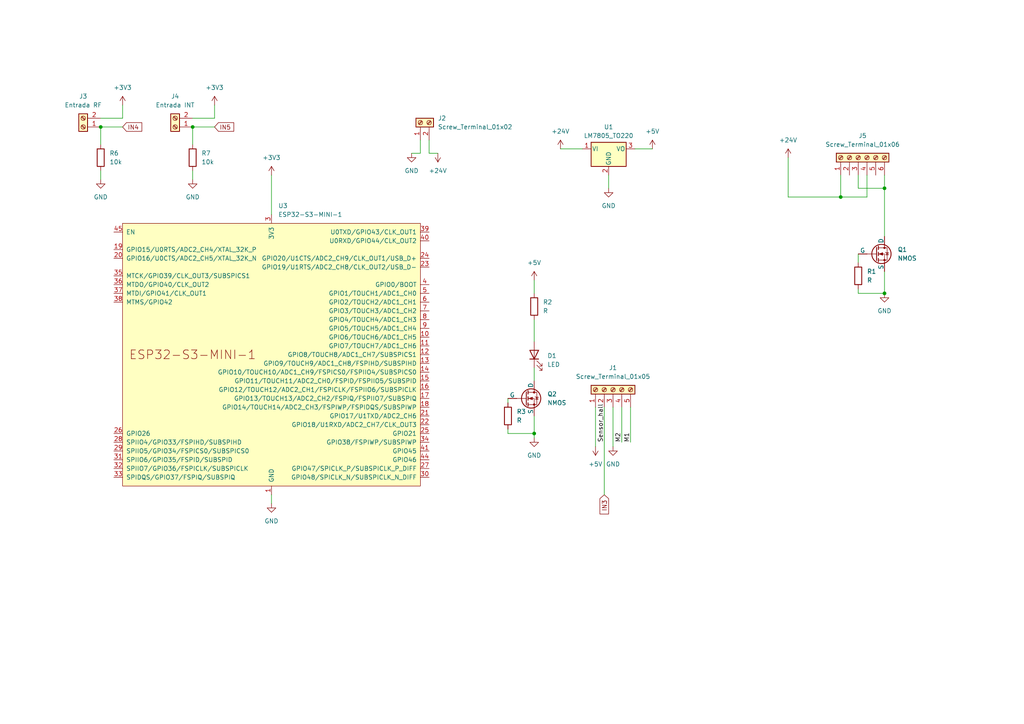
<source format=kicad_sch>
(kicad_sch (version 20231120) (generator "eeschema") (generator_version "8.0")
  (paper "A4")
  (lib_symbols
    (symbol "Connector:Screw_Terminal_01x02" (pin_names (offset 1.016) hide)
      (property "Reference" "J" (at 0 2.54 0))
      (property "Value" "Screw_Terminal_01x02" (at 0 -5.08 0))
      (symbol "Screw_Terminal_01x02_1_1"
        (rectangle (start -1.27 1.27) (end 1.27 -3.81) (stroke (width 0.254)) (fill (type background)))
        (circle (center 0 -2.54) (radius 0.635) (stroke (width 0.1524)))
        (polyline (pts (xy -0.5334 -2.2098) (xy 0.3302 -3.048)) (stroke (width 0.1524)))
        (polyline (pts (xy -0.5334 0.3302) (xy 0.3302 -0.508)) (stroke (width 0.1524)))
        (polyline (pts (xy -0.3556 -2.032) (xy 0.508 -2.8702)) (stroke (width 0.1524)))
        (polyline (pts (xy -0.3556 0.508) (xy 0.508 -0.3302)) (stroke (width 0.1524)))
        (circle (center 0 0) (radius 0.635) (stroke (width 0.1524)))
        (pin passive line (at -5.08 0 0) (length 3.81) (name "Pin_1") (number "1"))
        (pin passive line (at -5.08 -2.54 0) (length 3.81) (name "Pin_2") (number "2"))
      )
    )
    (symbol "Connector:Screw_Terminal_01x05" (pin_names (offset 1.016) hide)
      (property "Reference" "J" (at 0 7.62 0))
      (property "Value" "Screw_Terminal_01x05" (at 0 -7.62 0))
      (symbol "Screw_Terminal_01x05_1_1"
        (rectangle (start -1.27 6.35) (end 1.27 -6.35) (stroke (width 0.254)) (fill (type background)))
        (circle (center 0 -5.08) (radius 0.635) (stroke (width 0.1524)))
        (circle (center 0 -2.54) (radius 0.635) (stroke (width 0.1524)))
        (polyline (pts (xy -0.5334 -4.7498) (xy 0.3302 -5.588)) (stroke (width 0.1524)))
        (polyline (pts (xy -0.5334 -2.2098) (xy 0.3302 -3.048)) (stroke (width 0.1524)))
        (polyline (pts (xy -0.5334 0.3302) (xy 0.3302 -0.508)) (stroke (width 0.1524)))
        (polyline (pts (xy -0.5334 2.8702) (xy 0.3302 2.032)) (stroke (width 0.1524)))
        (polyline (pts (xy -0.5334 5.4102) (xy 0.3302 4.572)) (stroke (width 0.1524)))
        (polyline (pts (xy -0.3556 -4.572) (xy 0.508 -5.4102)) (stroke (width 0.1524)))
        (polyline (pts (xy -0.3556 -2.032) (xy 0.508 -2.8702)) (stroke (width 0.1524)))
        (polyline (pts (xy -0.3556 0.508) (xy 0.508 -0.3302)) (stroke (width 0.1524)))
        (polyline (pts (xy -0.3556 3.048) (xy 0.508 2.2098)) (stroke (width 0.1524)))
        (polyline (pts (xy -0.3556 5.588) (xy 0.508 4.7498)) (stroke (width 0.1524)))
        (circle (center 0 0) (radius 0.635) (stroke (width 0.1524)))
        (circle (center 0 2.54) (radius 0.635) (stroke (width 0.1524)))
        (circle (center 0 5.08) (radius 0.635) (stroke (width 0.1524)))
        (pin passive line (at -5.08 5.08 0) (length 3.81) (name "Pin_1") (number "1"))
        (pin passive line (at -5.08 2.54 0) (length 3.81) (name "Pin_2") (number "2"))
        (pin passive line (at -5.08 0 0) (length 3.81) (name "Pin_3") (number "3"))
        (pin passive line (at -5.08 -2.54 0) (length 3.81) (name "Pin_4") (number "4"))
        (pin passive line (at -5.08 -5.08 0) (length 3.81) (name "Pin_5") (number "5"))
      )
    )
    (symbol "Connector:Screw_Terminal_01x06" (pin_names (offset 1.016) hide)
      (property "Reference" "J" (at 0 7.62 0))
      (property "Value" "Screw_Terminal_01x06" (at 0 -10.16 0))
      (symbol "Screw_Terminal_01x06_1_1"
        (rectangle (start -1.27 6.35) (end 1.27 -8.89) (stroke (width 0.254)) (fill (type background)))
        (circle (center 0 -7.62) (radius 0.635) (stroke (width 0.1524)))
        (circle (center 0 -5.08) (radius 0.635) (stroke (width 0.1524)))
        (circle (center 0 -2.54) (radius 0.635) (stroke (width 0.1524)))
        (polyline (pts (xy -0.5334 -7.2898) (xy 0.3302 -8.128)) (stroke (width 0.1524)))
        (polyline (pts (xy -0.5334 -4.7498) (xy 0.3302 -5.588)) (stroke (width 0.1524)))
        (polyline (pts (xy -0.5334 -2.2098) (xy 0.3302 -3.048)) (stroke (width 0.1524)))
        (polyline (pts (xy -0.5334 0.3302) (xy 0.3302 -0.508)) (stroke (width 0.1524)))
        (polyline (pts (xy -0.5334 2.8702) (xy 0.3302 2.032)) (stroke (width 0.1524)))
        (polyline (pts (xy -0.5334 5.4102) (xy 0.3302 4.572)) (stroke (width 0.1524)))
        (polyline (pts (xy -0.3556 -7.112) (xy 0.508 -7.9502)) (stroke (width 0.1524)))
        (polyline (pts (xy -0.3556 -4.572) (xy 0.508 -5.4102)) (stroke (width 0.1524)))
        (polyline (pts (xy -0.3556 -2.032) (xy 0.508 -2.8702)) (stroke (width 0.1524)))
        (polyline (pts (xy -0.3556 0.508) (xy 0.508 -0.3302)) (stroke (width 0.1524)))
        (polyline (pts (xy -0.3556 3.048) (xy 0.508 2.2098)) (stroke (width 0.1524)))
        (polyline (pts (xy -0.3556 5.588) (xy 0.508 4.7498)) (stroke (width 0.1524)))
        (circle (center 0 0) (radius 0.635) (stroke (width 0.1524)))
        (circle (center 0 2.54) (radius 0.635) (stroke (width 0.1524)))
        (circle (center 0 5.08) (radius 0.635) (stroke (width 0.1524)))
        (pin passive line (at -5.08 5.08 0) (length 3.81) (name "Pin_1") (number "1"))
        (pin passive line (at -5.08 2.54 0) (length 3.81) (name "Pin_2") (number "2"))
        (pin passive line (at -5.08 0 0) (length 3.81) (name "Pin_3") (number "3"))
        (pin passive line (at -5.08 -2.54 0) (length 3.81) (name "Pin_4") (number "4"))
        (pin passive line (at -5.08 -5.08 0) (length 3.81) (name "Pin_5") (number "5"))
        (pin passive line (at -5.08 -7.62 0) (length 3.81) (name "Pin_6") (number "6"))
      )
    )
    (symbol "Device:LED" (pin_numbers hide) (pin_names (offset 1.016) hide)
      (property "Reference" "D" (at 0 2.54 0))
      (property "Value" "LED" (at 0 -2.54 0))
      (symbol "LED_0_1"
        (polyline (pts (xy -1.27 -1.27) (xy -1.27 1.27)) (stroke (width 0.254)))
        (polyline (pts (xy -1.27 0) (xy 1.27 0)))
        (polyline (pts (xy 1.27 -1.27) (xy 1.27 1.27) (xy -1.27 0) (xy 1.27 -1.27)) (stroke (width 0.254)))
        (polyline (pts (xy -3.048 -0.762) (xy -4.572 -2.286) (xy -3.81 -2.286) (xy -4.572 -2.286) (xy -4.572 -1.524)))
        (polyline (pts (xy -1.778 -0.762) (xy -3.302 -2.286) (xy -2.54 -2.286) (xy -3.302 -2.286) (xy -3.302 -1.524)))
      )
      (symbol "LED_1_1"
        (pin passive line (at -3.81 0 0) (length 2.54) (name "K") (number "1"))
        (pin passive line (at 3.81 0 180) (length 2.54) (name "A") (number "2"))
      )
    )
    (symbol "Device:R" (pin_numbers hide) (pin_names (offset 0))
      (property "Reference" "R" (at 2.032 0 90))
      (property "Value" "R" (at 0 0 90))
      (symbol "R_0_1"
        (rectangle (start -1.016 -2.54) (end 1.016 2.54) (stroke (width 0.254)))
      )
      (symbol "R_1_1"
        (pin passive line (at 0 3.81 270) (length 1.27) (name "~") (number "1"))
        (pin passive line (at 0 -3.81 90) (length 1.27) (name "~") (number "2"))
      )
    )
    (symbol "Espressif:ESP32-S3-MINI-1" (pin_names (offset 1.016))
      (property "Reference" "U" (at -43.18 43.18 0))
      (property "Value" "ESP32-S3-MINI-1" (at -43.18 40.64 0))
      (symbol "ESP32-S3-MINI-1_0_0"
        (text "ESP32-S3-MINI-1" (at -22.86 0 0) (effects (font (size 2.54 2.54))))
        (pin power_in line (at 0 -40.64 90) (length 2.54) (name "GND") (number "1"))
        (pin bidirectional line (at 45.72 5.08 180) (length 2.54) (name "GPIO6/TOUCH6/ADC1_CH5") (number "10"))
        (pin bidirectional line (at 45.72 2.54 180) (length 2.54) (name "GPIO7/TOUCH7/ADC1_CH6") (number "11"))
        (pin bidirectional line (at 45.72 0 180) (length 2.54) (name "GPIO8/TOUCH8/ADC1_CH7/SUBSPICS1") (number "12"))
        (pin bidirectional line (at 45.72 -2.54 180) (length 2.54) (name "GPIO9/TOUCH9/ADC1_CH8/FSPIHD/SUBSPIHD") (number "13"))
        (pin bidirectional line (at 45.72 -5.08 180) (length 2.54) (name "GPIO10/TOUCH10/ADC1_CH9/FSPICS0/FSPIIO4/SUBSPICS0") (number "14"))
        (pin bidirectional line (at 45.72 -7.62 180) (length 2.54) (name "GPIO11/TOUCH11/ADC2_CH0/FSPID/FSPIIO5/SUBSPID") (number "15"))
        (pin bidirectional line (at 45.72 -10.16 180) (length 2.54) (name "GPIO12/TOUCH12/ADC2_CH1/FSPICLK/FSPIIO6/SUBSPICLK") (number "16"))
        (pin bidirectional line (at 45.72 -12.7 180) (length 2.54) (name "GPIO13/TOUCH13/ADC2_CH2/FSPIQ/FSPIIO7/SUBSPIQ") (number "17"))
        (pin bidirectional line (at 45.72 -15.24 180) (length 2.54) (name "GPIO14/TOUCH14/ADC2_CH3/FSPIWP/FSPIDQS/SUBSPIWP") (number "18"))
        (pin bidirectional line (at -45.72 30.48 0) (length 2.54) (name "GPIO15/U0RTS/ADC2_CH4/XTAL_32K_P") (number "19"))
        (pin passive line (at 0 -40.64 90) (length 2.54) hide (name "GND") (number "2"))
        (pin bidirectional line (at -45.72 27.94 0) (length 2.54) (name "GPIO16/U0CTS/ADC2_CH5/XTAL_32K_N") (number "20"))
        (pin bidirectional line (at 45.72 -17.78 180) (length 2.54) (name "GPIO17/U1TXD/ADC2_CH6") (number "21"))
        (pin bidirectional line (at 45.72 -20.32 180) (length 2.54) (name "GPIO18/U1RXD/ADC2_CH7/CLK_OUT3") (number "22"))
        (pin bidirectional line (at 45.72 25.4 180) (length 2.54) (name "GPIO19/U1RTS/ADC2_CH8/CLK_OUT2/USB_D-") (number "23"))
        (pin bidirectional line (at 45.72 27.94 180) (length 2.54) (name "GPIO20/U1CTS/ADC2_CH9/CLK_OUT1/USB_D+") (number "24"))
        (pin bidirectional line (at 45.72 -22.86 180) (length 2.54) (name "GPIO21") (number "25"))
        (pin bidirectional line (at -45.72 -22.86 0) (length 2.54) (name "GPIO26") (number "26"))
        (pin bidirectional line (at 45.72 -33.02 180) (length 2.54) (name "GPIO47/SPICLK_P/SUBSPICLK_P_DIFF") (number "27"))
        (pin bidirectional line (at -45.72 -25.4 0) (length 2.54) (name "SPIIO4/GPIO33/FSPIHD/SUBSPIHD") (number "28"))
        (pin bidirectional line (at -45.72 -27.94 0) (length 2.54) (name "SPIIO5/GPIO34/FSPICS0/SUBSPICS0") (number "29"))
        (pin power_in line (at 0 40.64 270) (length 2.54) (name "3V3") (number "3"))
        (pin bidirectional line (at 45.72 -35.56 180) (length 2.54) (name "GPIO48/SPICLK_N/SUBSPICLK_N_DIFF") (number "30"))
        (pin bidirectional line (at -45.72 -30.48 0) (length 2.54) (name "SPIIO6/GPIO35/FSPID/SUBSPID") (number "31"))
        (pin bidirectional line (at -45.72 -33.02 0) (length 2.54) (name "SPIIO7/GPIO36/FSPICLK/SUBSPICLK") (number "32"))
        (pin bidirectional line (at -45.72 -35.56 0) (length 2.54) (name "SPIDQS/GPIO37/FSPIQ/SUBSPIQ") (number "33"))
        (pin bidirectional line (at 45.72 -25.4 180) (length 2.54) (name "GPIO38/FSPIWP/SUBSPIWP") (number "34"))
        (pin bidirectional line (at -45.72 22.86 0) (length 2.54) (name "MTCK/GPIO39/CLK_OUT3/SUBSPICS1") (number "35"))
        (pin bidirectional line (at -45.72 20.32 0) (length 2.54) (name "MTDO/GPIO40/CLK_OUT2") (number "36"))
        (pin bidirectional line (at -45.72 17.78 0) (length 2.54) (name "MTDI/GPIO41/CLK_OUT1") (number "37"))
        (pin bidirectional line (at -45.72 15.24 0) (length 2.54) (name "MTMS/GPIO42") (number "38"))
        (pin bidirectional line (at 45.72 35.56 180) (length 2.54) (name "U0TXD/GPIO43/CLK_OUT1") (number "39"))
        (pin bidirectional line (at 45.72 20.32 180) (length 2.54) (name "GPIO0/BOOT") (number "4"))
        (pin bidirectional line (at 45.72 33.02 180) (length 2.54) (name "U0RXD/GPIO44/CLK_OUT2") (number "40"))
        (pin bidirectional line (at 45.72 -27.94 180) (length 2.54) (name "GPIO45") (number "41"))
        (pin passive line (at 0 -40.64 90) (length 2.54) hide (name "GND") (number "42"))
        (pin passive line (at 0 -40.64 90) (length 2.54) hide (name "GND") (number "43"))
        (pin bidirectional line (at 45.72 -30.48 180) (length 2.54) (name "GPIO46") (number "44"))
        (pin input line (at -45.72 35.56 0) (length 2.54) (name "EN") (number "45"))
        (pin passive line (at 0 -40.64 90) (length 2.54) hide (name "GND") (number "46"))
        (pin passive line (at 0 -40.64 90) (length 2.54) hide (name "GND") (number "47"))
        (pin passive line (at 0 -40.64 90) (length 2.54) hide (name "GND") (number "48"))
        (pin passive line (at 0 -40.64 90) (length 2.54) hide (name "GND") (number "49"))
        (pin bidirectional line (at 45.72 17.78 180) (length 2.54) (name "GPIO1/TOUCH1/ADC1_CH0") (number "5"))
        (pin passive line (at 0 -40.64 90) (length 2.54) hide (name "GND") (number "50"))
        (pin passive line (at 0 -40.64 90) (length 2.54) hide (name "GND") (number "51"))
        (pin passive line (at 0 -40.64 90) (length 2.54) hide (name "GND") (number "52"))
        (pin passive line (at 0 -40.64 90) (length 2.54) hide (name "GND") (number "53"))
        (pin passive line (at 0 -40.64 90) (length 2.54) hide (name "GND") (number "54"))
        (pin passive line (at 0 -40.64 90) (length 2.54) hide (name "GND") (number "55"))
        (pin passive line (at 0 -40.64 90) (length 2.54) hide (name "GND") (number "56"))
        (pin passive line (at 0 -40.64 90) (length 2.54) hide (name "GND") (number "57"))
        (pin passive line (at 0 -40.64 90) (length 2.54) hide (name "GND") (number "58"))
        (pin passive line (at 0 -40.64 90) (length 2.54) hide (name "GND") (number "59"))
        (pin bidirectional line (at 45.72 15.24 180) (length 2.54) (name "GPIO2/TOUCH2/ADC1_CH1") (number "6"))
        (pin passive line (at 0 -40.64 90) (length 2.54) hide (name "GND") (number "60"))
        (pin passive line (at 0 -40.64 90) (length 2.54) hide (name "GND") (number "61"))
        (pin passive line (at 0 -40.64 90) (length 2.54) hide (name "GND") (number "62"))
        (pin passive line (at 0 -40.64 90) (length 2.54) hide (name "GND") (number "63"))
        (pin passive line (at 0 -40.64 90) (length 2.54) hide (name "GND") (number "64"))
        (pin passive line (at 0 -40.64 90) (length 2.54) hide (name "GND") (number "65"))
        (pin bidirectional line (at 45.72 12.7 180) (length 2.54) (name "GPIO3/TOUCH3/ADC1_CH2") (number "7"))
        (pin bidirectional line (at 45.72 10.16 180) (length 2.54) (name "GPIO4/TOUCH4/ADC1_CH3") (number "8"))
        (pin bidirectional line (at 45.72 7.62 180) (length 2.54) (name "GPIO5/TOUCH5/ADC1_CH4") (number "9"))
      )
      (symbol "ESP32-S3-MINI-1_0_1"
        (rectangle (start -43.18 38.1) (end 43.18 -38.1) (fill (type background)))
      )
    )
    (symbol "GND_1" (power) (pin_numbers hide) (pin_names (offset 0) hide)
      (property "Value" "GND" (at 0 -3.81 0))
      (symbol "GND_1_0_1"
        (polyline (pts (xy 0 0) (xy 0 -1.27) (xy 1.27 -1.27) (xy 0 -2.54) (xy -1.27 -1.27) (xy 0 -1.27)))
      )
      (symbol "GND_1_1_1"
        (pin power_in line (at 0 0 270) (length 0) (name "~") (number "1"))
      )
    )
    (symbol "Regulator_Linear:LM7805_TO220" (pin_names (offset 0.254))
      (property "Reference" "U" (at -3.81 3.175 0))
      (property "Value" "LM7805_TO220" (at 0 3.175 0))
      (symbol "LM7805_TO220_0_1"
        (rectangle (start -5.08 1.905) (end 5.08 -5.08) (stroke (width 0.254)) (fill (type background)))
      )
      (symbol "LM7805_TO220_1_1"
        (pin power_in line (at -7.62 0 0) (length 2.54) (name "VI") (number "1"))
        (pin power_in line (at 0 -7.62 90) (length 2.54) (name "GND") (number "2"))
        (pin power_out line (at 7.62 0 180) (length 2.54) (name "VO") (number "3"))
      )
    )
    (symbol "Simulation_SPICE:NMOS" (pin_numbers hide) (pin_names (offset 0))
      (property "Reference" "Q" (at 5.08 1.27 0))
      (property "Value" "NMOS" (at 5.08 -1.27 0))
      (symbol "NMOS_0_1"
        (polyline (pts (xy 0.254 0) (xy -2.54 0)))
        (polyline (pts (xy 0.254 1.905) (xy 0.254 -1.905)) (stroke (width 0.254)))
        (polyline (pts (xy 0.762 -1.27) (xy 0.762 -2.286)) (stroke (width 0.254)))
        (polyline (pts (xy 0.762 0.508) (xy 0.762 -0.508)) (stroke (width 0.254)))
        (polyline (pts (xy 0.762 2.286) (xy 0.762 1.27)) (stroke (width 0.254)))
        (polyline (pts (xy 2.54 2.54) (xy 2.54 1.778)))
        (polyline (pts (xy 2.54 -2.54) (xy 2.54 0) (xy 0.762 0)))
        (polyline (pts (xy 0.762 -1.778) (xy 3.302 -1.778) (xy 3.302 1.778) (xy 0.762 1.778)))
        (polyline (pts (xy 1.016 0) (xy 2.032 0.381) (xy 2.032 -0.381) (xy 1.016 0)) (fill (type outline)))
        (polyline (pts (xy 2.794 0.508) (xy 2.921 0.381) (xy 3.683 0.381) (xy 3.81 0.254)))
        (polyline (pts (xy 3.302 0.381) (xy 2.921 -0.254) (xy 3.683 -0.254) (xy 3.302 0.381)))
        (circle (center 1.651 0) (radius 2.794) (stroke (width 0.254)))
        (circle (center 2.54 -1.778) (radius 0.254) (fill (type outline)))
        (circle (center 2.54 1.778) (radius 0.254) (fill (type outline)))
      )
      (symbol "NMOS_1_1"
        (pin passive line (at 2.54 5.08 270) (length 2.54) (name "D") (number "1"))
        (pin input line (at -5.08 0 0) (length 2.54) (name "G") (number "2"))
        (pin passive line (at 2.54 -5.08 90) (length 2.54) (name "S") (number "3"))
      )
    )
    (symbol "power:+24V" (power) (pin_names (offset 0))
      (property "Value" "+24V" (at 0 3.556 0))
      (symbol "+24V_0_1"
        (polyline (pts (xy -0.762 1.27) (xy 0 2.54)))
        (polyline (pts (xy 0 0) (xy 0 2.54)))
        (polyline (pts (xy 0 2.54) (xy 0.762 1.27)))
      )
      (symbol "+24V_1_1"
        (pin power_in line (at 0 0 90) (length 0) hide (name "+24V") (number "1"))
      )
    )
    (symbol "power:+3V3" (power) (pin_names (offset 0))
      (property "Value" "+3V3" (at 0 3.556 0))
      (symbol "+3V3_0_1"
        (polyline (pts (xy -0.762 1.27) (xy 0 2.54)))
        (polyline (pts (xy 0 0) (xy 0 2.54)))
        (polyline (pts (xy 0 2.54) (xy 0.762 1.27)))
      )
      (symbol "+3V3_1_1"
        (pin power_in line (at 0 0 90) (length 0) hide (name "+3V3") (number "1"))
      )
    )
    (symbol "power:+5V" (power) (pin_names (offset 0))
      (property "Value" "+5V" (at 0 3.556 0))
      (symbol "+5V_0_1"
        (polyline (pts (xy -0.762 1.27) (xy 0 2.54)))
        (polyline (pts (xy 0 0) (xy 0 2.54)))
        (polyline (pts (xy 0 2.54) (xy 0.762 1.27)))
      )
      (symbol "+5V_1_1"
        (pin power_in line (at 0 0 90) (length 0) hide (name "+5V") (number "1"))
      )
    )
    (symbol "power:GND" (power) (pin_names (offset 0))
      (property "Value" "GND" (at 0 -3.81 0))
      (symbol "GND_0_1"
        (polyline (pts (xy 0 0) (xy 0 -1.27) (xy 1.27 -1.27) (xy 0 -2.54) (xy -1.27 -1.27) (xy 0 -1.27)))
      )
      (symbol "GND_1_1"
        (pin power_in line (at 0 0 270) (length 0) hide (name "GND") (number "1"))
      )
    )
  )
  (junction (at 29.21 36.83))
  (junction (at 55.88 36.83))
  (junction (at 243.84 57.15))
  (junction (at 154.94 125.73))
  (junction (at 256.54 54.61))
  (junction (at 256.54 85.09))
  (wire (pts (xy 162.56 43.18) (xy 168.91 43.18)))
  (wire (pts (xy 248.92 73.66) (xy 248.92 76.2)))
  (wire (pts (xy 29.21 49.53) (xy 29.21 52.07)))
  (wire (pts (xy 55.88 36.83) (xy 55.88 41.91)))
  (wire (pts (xy 154.94 92.71) (xy 154.94 99.06)))
  (wire (pts (xy 121.92 44.45) (xy 119.38 44.45)))
  (wire (pts (xy 180.34 118.11) (xy 180.34 128.27)))
  (wire (pts (xy 228.6 57.15) (xy 243.84 57.15)))
  (wire (pts (xy 248.92 50.8) (xy 248.92 54.61)))
  (wire (pts (xy 121.92 40.64) (xy 121.92 44.45)))
  (wire (pts (xy 251.46 57.15) (xy 251.46 50.8)))
  (wire (pts (xy 29.21 36.83) (xy 29.21 41.91)))
  (wire (pts (xy 154.94 125.73) (xy 154.94 127)))
  (wire (pts (xy 248.92 83.82) (xy 248.92 85.09)))
  (wire (pts (xy 256.54 68.58) (xy 256.54 54.61)))
  (wire (pts (xy 62.23 30.48) (xy 62.23 34.29)))
  (wire (pts (xy 189.23 43.18) (xy 184.15 43.18)))
  (wire (pts (xy 55.88 49.53) (xy 55.88 52.07)))
  (wire (pts (xy 124.46 40.64) (xy 124.46 44.45)))
  (wire (pts (xy 256.54 54.61) (xy 256.54 50.8)))
  (wire (pts (xy 127 44.45) (xy 124.46 44.45)))
  (wire (pts (xy 35.56 30.48) (xy 35.56 34.29)))
  (wire (pts (xy 78.74 50.8) (xy 78.74 62.23)))
  (wire (pts (xy 29.21 36.83) (xy 35.56 36.83)))
  (wire (pts (xy 228.6 45.72) (xy 228.6 57.15)))
  (wire (pts (xy 154.94 106.68) (xy 154.94 110.49)))
  (wire (pts (xy 147.32 115.57) (xy 147.32 116.84)))
  (wire (pts (xy 248.92 85.09) (xy 256.54 85.09)))
  (wire (pts (xy 175.26 118.11) (xy 175.26 143.51)))
  (wire (pts (xy 176.53 50.8) (xy 176.53 54.61)))
  (wire (pts (xy 35.56 34.29) (xy 29.21 34.29)))
  (wire (pts (xy 177.8 118.11) (xy 177.8 129.54)))
  (wire (pts (xy 248.92 54.61) (xy 256.54 54.61)))
  (wire (pts (xy 243.84 57.15) (xy 243.84 50.8)))
  (wire (pts (xy 147.32 125.73) (xy 154.94 125.73)))
  (wire (pts (xy 55.88 36.83) (xy 62.23 36.83)))
  (wire (pts (xy 256.54 78.74) (xy 256.54 85.09)))
  (wire (pts (xy 172.72 118.11) (xy 172.72 129.54)))
  (wire (pts (xy 154.94 120.65) (xy 154.94 125.73)))
  (wire (pts (xy 78.74 143.51) (xy 78.74 146.05)))
  (wire (pts (xy 243.84 57.15) (xy 251.46 57.15)))
  (wire (pts (xy 182.88 118.11) (xy 182.88 128.27)))
  (wire (pts (xy 147.32 125.73) (xy 147.32 124.46)))
  (wire (pts (xy 154.94 81.28) (xy 154.94 85.09)))
  (wire (pts (xy 62.23 34.29) (xy 55.88 34.29)))
  (label "Sensor_hall" (at 175.26 128.27 90))
  (label "M2" (at 180.34 128.27 90))
  (label "M1" (at 182.88 128.27 90))
  (global_label "IN4" (shape input) (at 35.56 36.83 0) (property "Intersheetrefs" "${INTERSHEET_REFS}" (effects (hide yes))))
  (global_label "IN5" (shape input) (at 62.23 36.83 0) (property "Intersheetrefs" "${INTERSHEET_REFS}" (effects (hide yes))))
  (global_label "IN3" (shape input) (at 175.26 143.51 270) (property "Intersheetrefs" "${INTERSHEET_REFS}" (effects (hide yes))))
  (symbol (lib_id "power:+24V") (at 162.56 43.18 0) (unit 1)
    (property "Reference" "#PWR011" (effects (hide yes)))
    (property "Value" "+24V" (at 162.56 38.1 0))
  )
  (symbol (lib_id "Regulator_Linear:LM7805_TO220") (at 176.53 43.18 0) (unit 1)
    (property "Reference" "U1" (at 176.53 36.83 0))
    (property "Value" "LM7805_TO220" (at 176.53 39.37 0))
    (property "Footprint" "Package_TO_SOT_THT:TO-220-3_Vertical" (effects (hide yes)))
    (property "Datasheet" "https://www.onsemi.cn/PowerSolutions/document/MC7800-D.PDF" (effects (hide yes)))
  )
  (symbol (lib_id "power:GND") (at 55.88 52.07 0) (unit 1)
    (property "Reference" "#PWR026" (effects (hide yes)))
    (property "Value" "GND" (at 55.88 57.15 0))
  )
  (symbol (lib_id "power:GND") (at 177.8 129.54 0) (unit 1)
    (property "Reference" "#PWR016" (effects (hide yes)))
    (property "Value" "GND" (at 177.8 134.62 0))
  )
  (symbol (lib_id "power:GND") (at 119.38 44.45 0) (unit 1)
    (property "Reference" "#PWR020" (effects (hide yes)))
    (property "Value" "GND" (at 119.38 49.53 0))
  )
  (symbol (lib_id "Device:LED") (at 154.94 102.87 90) (unit 1)
    (property "Reference" "D1" (at 158.75 103.1874 90) (effects (justify right)))
    (property "Value" "LED" (at 158.75 105.7274 90) (effects (justify right)))
    (property "Description" "Light emitting diode" (effects (hide yes)))
  )
  (symbol (lib_id "Device:R") (at 248.92 80.01 180) (unit 1)
    (property "Reference" "R1" (at 251.46 78.7399 0) (effects (justify right)))
    (property "Value" "R" (at 251.46 81.2799 0) (effects (justify right)))
    (property "Description" "Resistor" (effects (hide yes)))
  )
  (symbol (lib_id "power:+3V3") (at 62.23 30.48 0) (unit 1)
    (property "Reference" "#PWR027" (effects (hide yes)))
    (property "Value" "+3V3" (at 62.23 25.4 0))
  )
  (symbol (lib_id "Connector:Screw_Terminal_01x02") (at 50.8 36.83 180) (unit 1)
    (property "Reference" "J4" (at 50.8 27.94 0))
    (property "Value" "Entrada INT" (at 50.8 30.48 0))
    (property "Footprint" "Connector_PinHeader_1.00mm:PinHeader_1x02_P1.00mm_Vertical" (effects (hide yes)))
  )
  (symbol (lib_id "power:GND") (at 29.21 52.07 0) (unit 1)
    (property "Reference" "#PWR024" (effects (hide yes)))
    (property "Value" "GND" (at 29.21 57.15 0))
  )
  (symbol (lib_id "power:+3V3") (at 78.74 50.8 0) (unit 1)
    (property "Reference" "#PWR023" (effects (hide yes)))
    (property "Value" "+3V3" (at 78.74 45.72 0))
  )
  (symbol (lib_id "Espressif:ESP32-S3-MINI-1") (at 78.74 102.87 0) (unit 1)
    (property "Reference" "U3" (at 80.6959 59.69 0) (effects (justify left)))
    (property "Value" "ESP32-S3-MINI-1" (at 80.6959 62.23 0) (effects (justify left)))
    (property "Footprint" "RF_Module:ESP32-S2-MINI-1" (effects (hide yes)))
    (property "Datasheet" "https://www.espressif.com/sites/default/files/documentation/esp32-s3-mini-1_mini-1u_datasheet_en.pdf" (effects (hide yes)))
  )
  (symbol (lib_id "power:+5V") (at 189.23 43.18 0) (unit 1)
    (property "Reference" "#PWR012" (effects (hide yes)))
    (property "Value" "+5V" (at 189.23 38.1 0))
  )
  (symbol (lib_name "GND_1") (lib_id "power:GND") (at 256.54 85.09 0) (unit 1)
    (property "Reference" "#PWR01" (effects (hide yes)))
    (property "Value" "GND" (at 256.54 90.17 0))
    (property "Description" "Power symbol creates a global label with name \"GND\" , ground" (effects (hide yes)))
  )
  (symbol (lib_id "power:GND") (at 78.74 146.05 0) (unit 1)
    (property "Reference" "#PWR022" (effects (hide yes)))
    (property "Value" "GND" (at 78.74 151.13 0))
  )
  (symbol (lib_id "power:+24V") (at 228.6 45.72 0) (unit 1)
    (property "Reference" "#PWR07" (effects (hide yes)))
    (property "Value" "+24V" (at 228.6 40.64 0))
  )
  (symbol (lib_id "Connector:Screw_Terminal_01x02") (at 121.92 35.56 90) (unit 1)
    (property "Reference" "J2" (at 127 34.29 90) (effects (justify right)))
    (property "Value" "Screw_Terminal_01x02" (at 127 36.83 90) (effects (justify right)))
    (property "Footprint" "Connector_PinHeader_1.00mm:PinHeader_1x02_P1.00mm_Vertical" (effects (hide yes)))
  )
  (symbol (lib_id "power:+5V") (at 154.94 81.28 0) (unit 1)
    (property "Reference" "#PWR02" (effects (hide yes)))
    (property "Value" "+5V" (at 154.94 76.2 0))
  )
  (symbol (lib_id "Connector:Screw_Terminal_01x05") (at 177.8 113.03 90) (unit 1)
    (property "Reference" "J1" (at 177.8 106.68 90))
    (property "Value" "Screw_Terminal_01x05" (at 177.8 109.22 90))
    (property "Footprint" "Connector_PinHeader_1.00mm:PinHeader_1x05_P1.00mm_Vertical" (effects (hide yes)))
  )
  (symbol (lib_id "Device:R") (at 147.32 120.65 180) (unit 1)
    (property "Reference" "R3" (at 149.86 119.3799 0) (effects (justify right)))
    (property "Value" "R" (at 149.86 121.9199 0) (effects (justify right)))
    (property "Description" "Resistor" (effects (hide yes)))
  )
  (symbol (lib_id "power:GND") (at 176.53 54.61 0) (unit 1)
    (property "Reference" "#PWR013" (effects (hide yes)))
    (property "Value" "GND" (at 176.53 59.69 0))
  )
  (symbol (lib_id "power:GND") (at 154.94 127 0) (unit 1)
    (property "Reference" "#PWR03" (effects (hide yes)))
    (property "Value" "GND" (at 154.94 132.08 0))
  )
  (symbol (lib_id "Simulation_SPICE:NMOS") (at 152.4 115.57 0) (unit 1)
    (property "Reference" "Q2" (at 158.75 114.2999 0) (effects (justify left)))
    (property "Value" "NMOS" (at 158.75 116.8399 0) (effects (justify left)))
    (property "Footprint" "Package_TO_SOT_THT:TO-220-3_Vertical" (effects (hide yes)))
    (property "Datasheet" "https://ngspice.sourceforge.io/docs/ngspice-html-manual/manual.xhtml#cha_MOSFETs" (effects (hide yes)))
    (property "Description" "N-MOSFET transistor, drain/source/gate" (effects (hide yes)))
    (property "Sim.Device" "NMOS" (effects (hide yes)))
    (property "Sim.Type" "VDMOS" (effects (hide yes)))
    (property "Sim.Pins" "1=D 2=G 3=S" (effects (hide yes)))
  )
  (symbol (lib_id "Simulation_SPICE:NMOS") (at 254 73.66 0) (unit 1)
    (property "Reference" "Q1" (at 260.35 72.3899 0) (effects (justify left)))
    (property "Value" "NMOS" (at 260.35 74.9299 0) (effects (justify left)))
    (property "Footprint" "Package_TO_SOT_THT:TO-220-3_Vertical" (effects (hide yes)))
    (property "Datasheet" "https://ngspice.sourceforge.io/docs/ngspice-html-manual/manual.xhtml#cha_MOSFETs" (effects (hide yes)))
    (property "Description" "N-MOSFET transistor, drain/source/gate" (effects (hide yes)))
    (property "Sim.Device" "NMOS" (effects (hide yes)))
    (property "Sim.Type" "VDMOS" (effects (hide yes)))
    (property "Sim.Pins" "1=D 2=G 3=S" (effects (hide yes)))
  )
  (symbol (lib_id "Connector:Screw_Terminal_01x06") (at 248.92 45.72 90) (unit 1)
    (property "Reference" "J5" (at 250.19 39.37 90))
    (property "Value" "Screw_Terminal_01x06" (at 250.19 41.91 90))
    (property "Footprint" "Connector_PinHeader_1.00mm:PinHeader_1x06_P1.00mm_Vertical" (effects (hide yes)))
    (property "Description" "Generic screw terminal, single row, 01x06, script generated (kicad-library-utils/schlib/autogen/connector/)" (effects (hide yes)))
  )
  (symbol (lib_id "Device:R") (at 29.21 45.72 0) (unit 1)
    (property "Reference" "R6" (at 31.75 44.45 0) (effects (justify left)))
    (property "Value" "10k" (at 31.75 46.99 0) (effects (justify left)))
  )
  (symbol (lib_id "power:+3V3") (at 35.56 30.48 0) (unit 1)
    (property "Reference" "#PWR025" (effects (hide yes)))
    (property "Value" "+3V3" (at 35.56 25.4 0))
  )
  (symbol (lib_id "power:+24V") (at 127 44.45 180) (unit 1)
    (property "Reference" "#PWR021" (effects (hide yes)))
    (property "Value" "+24V" (at 127 49.53 0))
  )
  (symbol (lib_id "Device:R") (at 154.94 88.9 0) (unit 1)
    (property "Reference" "R2" (at 157.48 87.6299 0) (effects (justify left)))
    (property "Value" "R" (at 157.48 90.1699 0) (effects (justify left)))
    (property "Description" "Resistor" (effects (hide yes)))
  )
  (symbol (lib_id "Device:R") (at 55.88 45.72 0) (unit 1)
    (property "Reference" "R7" (at 58.42 44.45 0) (effects (justify left)))
    (property "Value" "10k" (at 58.42 46.99 0) (effects (justify left)))
  )
  (symbol (lib_id "Connector:Screw_Terminal_01x02") (at 24.13 36.83 180) (unit 1)
    (property "Reference" "J3" (at 24.13 27.94 0))
    (property "Value" "Entrada RF" (at 24.13 30.48 0))
    (property "Footprint" "Connector_PinHeader_1.00mm:PinHeader_1x02_P1.00mm_Vertical" (effects (hide yes)))
  )
  (symbol (lib_id "power:+5V") (at 172.72 129.54 180) (unit 1)
    (property "Reference" "#PWR017" (effects (hide yes)))
    (property "Value" "+5V" (at 172.72 134.62 0))
  )
)
</source>
